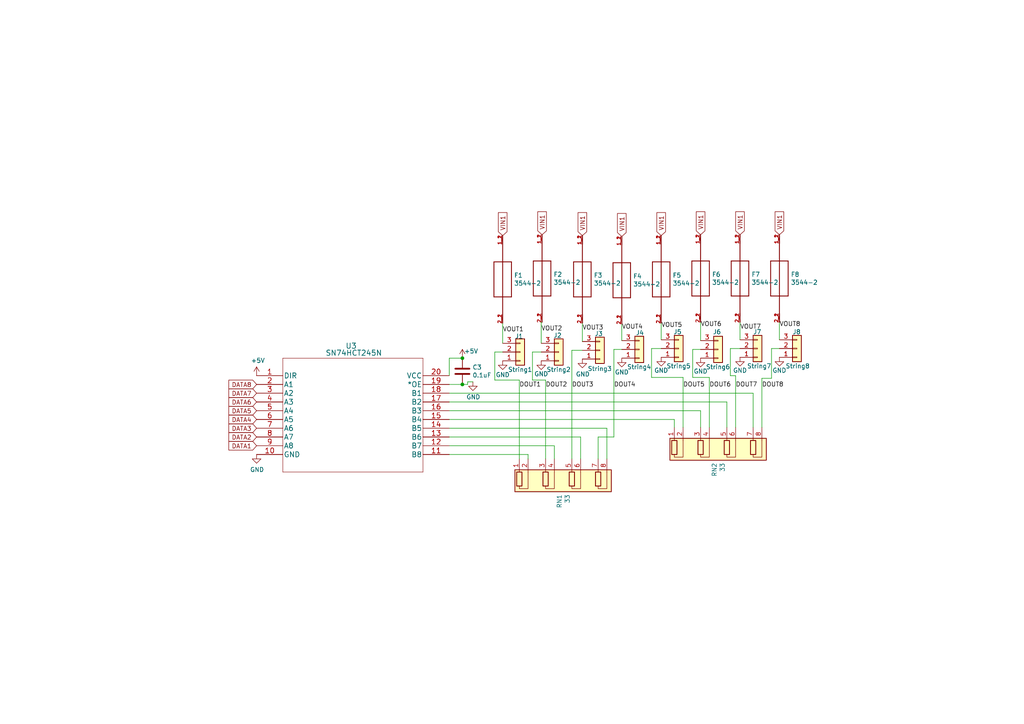
<source format=kicad_sch>
(kicad_sch (version 20211123) (generator eeschema)
  (paper "A4")
  (title_block (title "BBB 16") (date "2021-11-04") (rev "v2.1") (company "Scott Hanson"))
  (lib_symbols
    (symbol "BBB_16-rescue:3544-2-Keystone_Fuse" (pin_names (offset 1.016) hide)
      (property "Reference" "F" (at -5.08 3.302 0))
      (property "Value" "3544-2-Keystone_Fuse" (at -5.08 -5.08 0))
      (symbol "3544-2-Keystone_Fuse_0_0"
        (polyline (pts (xy -12.7 0) (xy 12.7 0)) (stroke (width 0.254)))
        (polyline (pts (xy -5.08 -2.54) (xy -5.08 2.54)) (stroke (width 0.254)))
        (polyline (pts (xy -5.08 2.54) (xy 5.08 2.54)) (stroke (width 0.254)))
        (polyline (pts (xy 5.08 -2.54) (xy -5.08 -2.54)) (stroke (width 0.254)))
        (polyline (pts (xy 5.08 2.54) (xy 5.08 -2.54)) (stroke (width 0.254)))
        (pin passive line (at -12.7 0 0) (length 2.54) (name "1") (number "1_1"))
        (pin passive line (at -12.7 0 0) (length 2.54) (name "1") (number "1_2"))
        (pin passive line (at 12.7 0 180) (length 2.54) (name "2") (number "2_1"))
        (pin passive line (at 12.7 0 180) (length 2.54) (name "2") (number "2_2"))
      )
    )
    (symbol "BBB_16-rescue:C-Device" (pin_numbers hide) (pin_names (offset 0.254))
      (property "Reference" "C" (at 0.635 2.54 0))
      (property "Value" "C-Device" (at 0.635 -2.54 0))
      (symbol "C-Device_0_1"
        (polyline (pts (xy -2.032 -0.762) (xy 2.032 -0.762)) (stroke (width 0.508)))
        (polyline (pts (xy -2.032 0.762) (xy 2.032 0.762)) (stroke (width 0.508)))
      )
      (symbol "C-Device_1_1"
        (pin passive line (at 0 3.81 270) (length 2.794) (name "~") (number "1"))
        (pin passive line (at 0 -3.81 90) (length 2.794) (name "~") (number "2"))
      )
    )
    (symbol "BBB_16-rescue:R_Pack04_SIP-Device" (pin_names (offset 0) hide)
      (property "Reference" "RN" (at -15.24 0 90))
      (property "Value" "R_Pack04_SIP-Device" (at 15.24 0 90))
      (symbol "R_Pack04_SIP-Device_0_1"
        (rectangle (start -13.97 -1.905) (end 13.97 4.445) (stroke (width 0.254)) (fill (type background)))
        (rectangle (start -13.462 2.794) (end -11.938 -1.27) (stroke (width 0.254)))
        (rectangle (start -5.842 2.794) (end -4.318 -1.27) (stroke (width 0.254)))
        (polyline (pts (xy -12.7 2.794) (xy -12.7 3.556) (xy -10.16 3.556) (xy -10.16 -1.27)))
        (polyline (pts (xy -5.08 2.794) (xy -5.08 3.556) (xy -2.54 3.556) (xy -2.54 -1.27)))
        (polyline (pts (xy 2.54 2.794) (xy 2.54 3.556) (xy 5.08 3.556) (xy 5.08 -1.27)))
        (polyline (pts (xy 10.16 2.794) (xy 10.16 3.556) (xy 12.7 3.556) (xy 12.7 -1.27)))
        (rectangle (start 1.778 2.794) (end 3.302 -1.27) (stroke (width 0.254)))
        (rectangle (start 9.398 2.794) (end 10.922 -1.27) (stroke (width 0.254)))
      )
      (symbol "R_Pack04_SIP-Device_1_1"
        (pin passive line (at -12.7 -5.08 90) (length 3.81) (name "R1.1") (number "1"))
        (pin passive line (at -10.16 -5.08 90) (length 3.81) (name "R1.2") (number "2"))
        (pin passive line (at -5.08 -5.08 90) (length 3.81) (name "R2.1") (number "3"))
        (pin passive line (at -2.54 -5.08 90) (length 3.81) (name "R2.2") (number "4"))
        (pin passive line (at 2.54 -5.08 90) (length 3.81) (name "R3.1") (number "5"))
        (pin passive line (at 5.08 -5.08 90) (length 3.81) (name "R3.2") (number "6"))
        (pin passive line (at 10.16 -5.08 90) (length 3.81) (name "R4.1") (number "7"))
        (pin passive line (at 12.7 -5.08 90) (length 3.81) (name "R4.2") (number "8"))
      )
    )
    (symbol "BBB_16-rescue:SN74HCT245N-SN74HCT245N" (pin_names (offset 0.254))
      (property "Reference" "U" (at 27.94 10.16 0))
      (property "Value" "SN74HCT245N-SN74HCT245N" (at 27.94 7.62 0))
      (symbol "SN74HCT245N-SN74HCT245N_1_0"
        (polyline (pts (xy 7.62 -27.94) (xy 48.26 -27.94)) (stroke (width 0.127)))
        (polyline (pts (xy 7.62 5.08) (xy 7.62 -27.94)) (stroke (width 0.127)))
        (polyline (pts (xy 48.26 -27.94) (xy 48.26 5.08)) (stroke (width 0.127)))
        (polyline (pts (xy 48.26 5.08) (xy 7.62 5.08)) (stroke (width 0.127)))
        (pin input line (at 0 0 0) (length 7.62) (name "DIR") (number "1"))
        (pin power_in line (at 0 -22.86 0) (length 7.62) (name "GND") (number "10"))
        (pin bidirectional line (at 55.88 -22.86 180) (length 7.62) (name "B8") (number "11"))
        (pin bidirectional line (at 55.88 -20.32 180) (length 7.62) (name "B7") (number "12"))
        (pin bidirectional line (at 55.88 -17.78 180) (length 7.62) (name "B6") (number "13"))
        (pin bidirectional line (at 55.88 -15.24 180) (length 7.62) (name "B5") (number "14"))
        (pin bidirectional line (at 55.88 -12.7 180) (length 7.62) (name "B4") (number "15"))
        (pin bidirectional line (at 55.88 -10.16 180) (length 7.62) (name "B3") (number "16"))
        (pin bidirectional line (at 55.88 -7.62 180) (length 7.62) (name "B2") (number "17"))
        (pin bidirectional line (at 55.88 -5.08 180) (length 7.62) (name "B1") (number "18"))
        (pin input line (at 55.88 -2.54 180) (length 7.62) (name "*OE") (number "19"))
        (pin bidirectional line (at 0 -2.54 0) (length 7.62) (name "A1") (number "2"))
        (pin power_in line (at 55.88 0 180) (length 7.62) (name "VCC") (number "20"))
        (pin bidirectional line (at 0 -5.08 0) (length 7.62) (name "A2") (number "3"))
        (pin bidirectional line (at 0 -7.62 0) (length 7.62) (name "A3") (number "4"))
        (pin bidirectional line (at 0 -10.16 0) (length 7.62) (name "A4") (number "5"))
        (pin bidirectional line (at 0 -12.7 0) (length 7.62) (name "A5") (number "6"))
        (pin bidirectional line (at 0 -15.24 0) (length 7.62) (name "A6") (number "7"))
        (pin bidirectional line (at 0 -17.78 0) (length 7.62) (name "A7") (number "8"))
        (pin bidirectional line (at 0 -20.32 0) (length 7.62) (name "A8") (number "9"))
      )
    )
    (symbol "Connector_Generic:Conn_01x03" (pin_names (offset 1.016) hide)
      (property "Reference" "J" (at 0 5.08 0))
      (property "Value" "Conn_01x03" (at 0 -5.08 0))
      (symbol "Conn_01x03_1_1"
        (rectangle (start -1.27 -2.413) (end 0 -2.667) (stroke (width 0.1524)))
        (rectangle (start -1.27 0.127) (end 0 -0.127) (stroke (width 0.1524)))
        (rectangle (start -1.27 2.667) (end 0 2.413) (stroke (width 0.1524)))
        (rectangle (start -1.27 3.81) (end 1.27 -3.81) (stroke (width 0.254)) (fill (type background)))
        (pin passive line (at -5.08 2.54 0) (length 3.81) (name "Pin_1") (number "1"))
        (pin passive line (at -5.08 0 0) (length 3.81) (name "Pin_2") (number "2"))
        (pin passive line (at -5.08 -2.54 0) (length 3.81) (name "Pin_3") (number "3"))
      )
    )
    (symbol "power:+5V" (power) (pin_names (offset 0))
      (property "Value" "+5V" (at 0 3.556 0))
      (symbol "+5V_0_1"
        (polyline (pts (xy -0.762 1.27) (xy 0 2.54)))
        (polyline (pts (xy 0 0) (xy 0 2.54)))
        (polyline (pts (xy 0 2.54) (xy 0.762 1.27)))
      )
      (symbol "+5V_1_1"
        (pin power_in line (at 0 0 90) (length 0) hide (name "+5V") (number "1"))
      )
    )
    (symbol "power:GND" (power) (pin_names (offset 0))
      (property "Value" "GND" (at 0 -3.81 0))
      (symbol "GND_0_1"
        (polyline (pts (xy 0 0) (xy 0 -1.27) (xy 1.27 -1.27) (xy 0 -2.54) (xy -1.27 -1.27) (xy 0 -1.27)))
      )
      (symbol "GND_1_1"
        (pin power_in line (at 0 0 270) (length 0) hide (name "GND") (number "1"))
      )
    )
  )
  (junction (at 134.112 103.886))
  (junction (at 134.112 111.506))
  (wire (pts (xy 220.98 123.952) (xy 220.98 109.728)))
  (wire (pts (xy 218.44 114.046) (xy 218.44 123.952)))
  (wire (pts (xy 191.77 98.552) (xy 191.77 93.726)))
  (wire (pts (xy 145.796 93.726) (xy 145.796 99.568)))
  (wire (pts (xy 220.98 109.728) (xy 223.774 109.728)))
  (wire (pts (xy 213.36 108.966) (xy 211.836 108.966)))
  (wire (pts (xy 150.622 133.096) (xy 150.622 110.236)))
  (wire (pts (xy 205.74 109.474) (xy 205.74 123.952)))
  (wire (pts (xy 198.12 109.474) (xy 198.12 123.952)))
  (wire (pts (xy 130.302 119.126) (xy 203.2 119.126)))
  (wire (pts (xy 130.302 121.666) (xy 195.58 121.666)))
  (wire (pts (xy 156.972 99.568) (xy 156.972 93.472)))
  (wire (pts (xy 173.482 126.746) (xy 173.482 133.096)))
  (wire (pts (xy 203.2 123.952) (xy 203.2 119.126)))
  (wire (pts (xy 156.972 93.472) (xy 157.226 93.472)))
  (wire (pts (xy 130.302 131.826) (xy 153.162 131.826)))
  (wire (pts (xy 143.51 102.108) (xy 145.796 102.108)))
  (wire (pts (xy 178.054 126.746) (xy 173.482 126.746)))
  (wire (pts (xy 210.82 116.586) (xy 210.82 123.952)))
  (wire (pts (xy 130.302 124.206) (xy 176.022 124.206)))
  (wire (pts (xy 158.242 133.096) (xy 158.242 110.236)))
  (wire (pts (xy 211.836 101.092) (xy 214.63 101.092)))
  (wire (pts (xy 158.242 110.236) (xy 154.432 110.236)))
  (wire (pts (xy 223.774 101.092) (xy 226.06 101.092)))
  (wire (pts (xy 214.63 93.472) (xy 214.63 98.552)))
  (wire (pts (xy 178.054 101.346) (xy 178.054 126.746)))
  (wire (pts (xy 156.972 102.108) (xy 154.432 102.108)))
  (wire (pts (xy 130.302 129.286) (xy 160.782 129.286)))
  (wire (pts (xy 195.58 121.666) (xy 195.58 123.952)))
  (wire (pts (xy 200.914 109.474) (xy 205.74 109.474)))
  (wire (pts (xy 135.636 110.744) (xy 135.636 111.506)))
  (wire (pts (xy 213.36 123.952) (xy 213.36 108.966)))
  (wire (pts (xy 191.77 101.092) (xy 188.976 101.092)))
  (wire (pts (xy 154.432 110.236) (xy 154.432 102.108)))
  (wire (pts (xy 150.622 110.236) (xy 143.51 110.236)))
  (wire (pts (xy 180.34 98.806) (xy 180.34 93.98)))
  (wire (pts (xy 135.636 111.506) (xy 134.112 111.506)))
  (wire (pts (xy 160.782 129.286) (xy 160.782 133.096)))
  (wire (pts (xy 130.302 116.586) (xy 210.82 116.586)))
  (wire (pts (xy 130.302 114.046) (xy 218.44 114.046)))
  (wire (pts (xy 223.774 109.728) (xy 223.774 101.092)))
  (wire (pts (xy 134.112 111.506) (xy 130.302 111.506)))
  (wire (pts (xy 165.862 133.096) (xy 165.862 101.6)))
  (wire (pts (xy 137.16 110.744) (xy 135.636 110.744)))
  (wire (pts (xy 130.302 126.746) (xy 168.402 126.746)))
  (wire (pts (xy 168.91 93.726) (xy 168.91 99.06)))
  (wire (pts (xy 153.162 131.826) (xy 153.162 133.096)))
  (wire (pts (xy 130.302 103.886) (xy 130.302 108.966)))
  (wire (pts (xy 203.2 93.472) (xy 203.2 98.806)))
  (wire (pts (xy 188.976 109.474) (xy 198.12 109.474)))
  (wire (pts (xy 180.34 101.346) (xy 178.054 101.346)))
  (wire (pts (xy 134.112 103.886) (xy 130.302 103.886)))
  (wire (pts (xy 203.2 101.346) (xy 200.914 101.346)))
  (wire (pts (xy 168.402 126.746) (xy 168.402 133.096)))
  (wire (pts (xy 143.51 110.236) (xy 143.51 102.108)))
  (wire (pts (xy 188.976 101.092) (xy 188.976 109.474)))
  (wire (pts (xy 200.914 101.346) (xy 200.914 109.474)))
  (wire (pts (xy 176.022 124.206) (xy 176.022 133.096)))
  (wire (pts (xy 165.862 101.6) (xy 168.91 101.6)))
  (wire (pts (xy 226.06 98.552) (xy 226.06 93.472)))
  (wire (pts (xy 211.836 108.966) (xy 211.836 101.092)))
  (label "DOUT2" (at 158.242 112.522 0))
  (label "DOUT5" (at 198.12 112.522 0))
  (label "DOUT8" (at 220.98 112.522 0))
  (label "VOUT3" (at 168.91 96.012 0))
  (label "VOUT4" (at 180.34 95.758 0))
  (label "DOUT6" (at 205.74 112.522 0))
  (label "VOUT6" (at 203.2 94.996 0))
  (label "DOUT1" (at 150.622 112.522 0))
  (label "VOUT7" (at 214.63 95.758 0))
  (label "DOUT3" (at 165.862 112.522 0))
  (label "VOUT2" (at 156.972 96.266 0))
  (label "VOUT8" (at 226.06 94.996 0))
  (label "DOUT4" (at 178.054 112.522 0))
  (label "DOUT7" (at 213.36 112.522 0))
  (label "VOUT5" (at 191.77 95.25 0))
  (label "VOUT1" (at 145.796 96.52 0))
  (global_label "DATA4" (shape input) (at 74.422 121.666 180) (property "Intersheet References" "${INTERSHEET_REFS}" (effects hide)))
  (global_label "VIN1" (shape input) (at 191.77 68.326 90) (property "Intersheet References" "${INTERSHEET_REFS}" (effects hide)))
  (global_label "DATA2" (shape input) (at 74.422 126.746 180) (property "Intersheet References" "${INTERSHEET_REFS}" (effects hide)))
  (global_label "DATA6" (shape input) (at 74.422 116.586 180) (property "Intersheet References" "${INTERSHEET_REFS}" (effects hide)))
  (global_label "DATA3" (shape input) (at 74.422 124.206 180) (property "Intersheet References" "${INTERSHEET_REFS}" (effects hide)))
  (global_label "VIN1" (shape input) (at 157.226 68.072 90) (property "Intersheet References" "${INTERSHEET_REFS}" (effects hide)))
  (global_label "DATA1" (shape input) (at 74.422 129.286 180) (property "Intersheet References" "${INTERSHEET_REFS}" (effects hide)))
  (global_label "DATA7" (shape input) (at 74.422 114.046 180) (property "Intersheet References" "${INTERSHEET_REFS}" (effects hide)))
  (global_label "VIN1" (shape input) (at 145.796 68.326 90) (property "Intersheet References" "${INTERSHEET_REFS}" (effects hide)))
  (global_label "DATA8" (shape input) (at 74.422 111.506 180) (property "Intersheet References" "${INTERSHEET_REFS}" (effects hide)))
  (global_label "VIN1" (shape input) (at 168.91 68.326 90) (property "Intersheet References" "${INTERSHEET_REFS}" (effects hide)))
  (global_label "VIN1" (shape input) (at 180.34 68.58 90) (property "Intersheet References" "${INTERSHEET_REFS}" (effects hide)))
  (global_label "VIN1" (shape input) (at 226.06 68.072 90) (property "Intersheet References" "${INTERSHEET_REFS}" (effects hide)))
  (global_label "DATA5" (shape input) (at 74.422 119.126 180) (property "Intersheet References" "${INTERSHEET_REFS}" (effects hide)))
  (global_label "VIN1" (shape input) (at 203.2 68.072 90) (property "Intersheet References" "${INTERSHEET_REFS}" (effects hide)))
  (global_label "VIN1" (shape input) (at 214.63 68.072 90) (property "Intersheet References" "${INTERSHEET_REFS}" (effects hide)))
  (symbol (lib_id "Connector_Generic:Conn_01x03") (at 150.876 102.108 0) (mirror x)
    (property "Reference" "J1" (at 149.352 97.536 0) (effects (justify left)))
    (property "Value" "String1" (at 147.32 107.188 0) (effects (justify left)))
    (property "Footprint" "Connector_Phoenix_MC:PhoenixContact_MCV_1,5_3-G-3.5_1x03_P3.50mm_Vertical" (effects hide))
    (property "Digi-Key_PN" "277-5737-ND/ED10555-ND" (effects hide))
    (property "MPN" "1843619/OSTTJ0311530" (effects hide))
  )
  (symbol (lib_id "Connector_Generic:Conn_01x03") (at 162.052 102.108 0) (mirror x)
    (property "Reference" "J2" (at 160.528 97.282 0) (effects (justify left)))
    (property "Value" "String2" (at 158.496 107.188 0) (effects (justify left)))
    (property "Footprint" "Connector_Phoenix_MC:PhoenixContact_MCV_1,5_3-G-3.5_1x03_P3.50mm_Vertical" (effects hide))
    (property "Digi-Key_PN" "277-5737-ND/ED10555-ND" (effects hide))
    (property "MPN" "1843619/OSTTJ0311530" (effects hide))
  )
  (symbol (lib_id "Connector_Generic:Conn_01x03") (at 173.99 101.6 0) (mirror x)
    (property "Reference" "J3" (at 172.466 96.774 0) (effects (justify left)))
    (property "Value" "String3" (at 170.434 106.934 0) (effects (justify left)))
    (property "Footprint" "Connector_Phoenix_MC:PhoenixContact_MCV_1,5_3-G-3.5_1x03_P3.50mm_Vertical" (effects hide))
    (property "Digi-Key_PN" "277-5737-ND/ED10555-ND" (effects hide))
    (property "MPN" "1843619/OSTTJ0311530" (effects hide))
  )
  (symbol (lib_id "Connector_Generic:Conn_01x03") (at 185.42 101.346 0) (mirror x)
    (property "Reference" "J4" (at 184.404 96.52 0) (effects (justify left)))
    (property "Value" "String4" (at 181.864 106.426 0) (effects (justify left)))
    (property "Footprint" "Connector_Phoenix_MC:PhoenixContact_MCV_1,5_3-G-3.5_1x03_P3.50mm_Vertical" (effects hide))
    (property "Digi-Key_PN" "277-5737-ND/ED10555-ND" (effects hide))
    (property "MPN" "1843619/OSTTJ0311530" (effects hide))
  )
  (symbol (lib_id "Connector_Generic:Conn_01x03") (at 196.85 101.092 0) (mirror x)
    (property "Reference" "J5" (at 195.326 96.266 0) (effects (justify left)))
    (property "Value" "String5" (at 193.294 106.172 0) (effects (justify left)))
    (property "Footprint" "Connector_Phoenix_MC:PhoenixContact_MCV_1,5_3-G-3.5_1x03_P3.50mm_Vertical" (effects hide))
    (property "Digi-Key_PN" "277-5737-ND/ED10555-ND" (effects hide))
    (property "MPN" "1843619/OSTTJ0311530" (effects hide))
  )
  (symbol (lib_id "Connector_Generic:Conn_01x03") (at 208.28 101.346 0) (mirror x)
    (property "Reference" "J6" (at 206.756 96.266 0) (effects (justify left)))
    (property "Value" "String6" (at 204.724 106.426 0) (effects (justify left)))
    (property "Footprint" "Connector_Phoenix_MC:PhoenixContact_MCV_1,5_3-G-3.5_1x03_P3.50mm_Vertical" (effects hide))
    (property "Digi-Key_PN" "277-5737-ND/ED10555-ND" (effects hide))
    (property "MPN" "1843619/OSTTJ0311530" (effects hide))
  )
  (symbol (lib_id "Connector_Generic:Conn_01x03") (at 219.71 101.092 0) (mirror x)
    (property "Reference" "J7" (at 218.44 96.266 0) (effects (justify left)))
    (property "Value" "String7" (at 216.662 106.172 0) (effects (justify left)))
    (property "Footprint" "Connector_Phoenix_MC:PhoenixContact_MCV_1,5_3-G-3.5_1x03_P3.50mm_Vertical" (effects hide))
    (property "Digi-Key_PN" "277-5737-ND/ED10555-ND" (effects hide))
    (property "MPN" "1843619/OSTTJ0311530" (effects hide))
  )
  (symbol (lib_id "Connector_Generic:Conn_01x03") (at 231.14 101.092 0) (mirror x)
    (property "Reference" "J8" (at 229.87 96.266 0) (effects (justify left)))
    (property "Value" "String8" (at 227.838 106.172 0) (effects (justify left)))
    (property "Footprint" "Connector_Phoenix_MC:PhoenixContact_MCV_1,5_3-G-3.5_1x03_P3.50mm_Vertical" (effects hide))
    (property "Digi-Key_PN" "277-5737-ND/ED10555-ND" (effects hide))
    (property "MPN" "1843619/OSTTJ0311530" (effects hide))
  )
  (symbol (lib_id "power:GND") (at 145.796 104.648 0)
    (property "Reference" "#PWR012" (effects hide))
    (property "Value" "GND" (at 145.796 108.712 0))
  )
  (symbol (lib_id "power:GND") (at 156.972 104.648 0)
    (property "Reference" "#PWR013" (effects hide))
    (property "Value" "GND" (at 156.972 108.458 0))
  )
  (symbol (lib_id "power:GND") (at 168.91 104.14 0)
    (property "Reference" "#PWR014" (effects hide))
    (property "Value" "GND" (at 169.037 108.5342 0))
  )
  (symbol (lib_id "power:GND") (at 180.34 103.886 0)
    (property "Reference" "#PWR015" (effects hide))
    (property "Value" "GND" (at 180.34 107.95 0))
  )
  (symbol (lib_id "power:GND") (at 191.77 103.632 0)
    (property "Reference" "#PWR016" (effects hide))
    (property "Value" "GND" (at 191.77 107.442 0))
  )
  (symbol (lib_id "power:GND") (at 203.2 103.886 0)
    (property "Reference" "#PWR017" (effects hide))
    (property "Value" "GND" (at 203.2 107.696 0))
  )
  (symbol (lib_id "power:GND") (at 214.63 103.632 0)
    (property "Reference" "#PWR018" (effects hide))
    (property "Value" "GND" (at 214.63 107.442 0))
  )
  (symbol (lib_id "power:GND") (at 226.06 103.632 0)
    (property "Reference" "#PWR019" (effects hide))
    (property "Value" "GND" (at 226.06 107.442 0))
  )
  (symbol (lib_id "BBB_16-rescue:3544-2-Keystone_Fuse") (at 157.226 80.772 270)
    (property "Reference" "F2" (at 160.528 79.6036 90) (effects (justify left)))
    (property "Value" "3544-2" (at 160.528 81.915 90) (effects (justify left)))
    (property "Footprint" "Keystone_Fuse:FUSE_3544-2" (effects hide))
    (property "Field4" "3544-2" (effects hide))
    (property "Field5" "None" (effects hide))
    (property "Field6" "Unavailable" (effects hide))
    (property "Field7" "Fuse Clip; 500 VAC; 30 A; PCB; For 0.110 in. x 0.032 in. mini blade fuses" (effects hide))
    (property "Field8" "Keystone Electronics" (effects hide))
    (property "Digi-Key_PN" "36-3544-2-ND" (effects hide))
    (property "MPN" "3544-2" (effects hide))
  )
  (symbol (lib_id "BBB_16-rescue:3544-2-Keystone_Fuse") (at 168.91 81.026 270)
    (property "Reference" "F3" (at 172.212 79.8576 90) (effects (justify left)))
    (property "Value" "3544-2" (at 172.212 82.169 90) (effects (justify left)))
    (property "Footprint" "Keystone_Fuse:FUSE_3544-2" (effects hide))
    (property "Field4" "3544-2" (effects hide))
    (property "Field5" "None" (effects hide))
    (property "Field6" "Unavailable" (effects hide))
    (property "Field7" "Fuse Clip; 500 VAC; 30 A; PCB; For 0.110 in. x 0.032 in. mini blade fuses" (effects hide))
    (property "Field8" "Keystone Electronics" (effects hide))
    (property "Digi-Key_PN" "36-3544-2-ND" (effects hide))
    (property "MPN" "3544-2" (effects hide))
  )
  (symbol (lib_id "BBB_16-rescue:3544-2-Keystone_Fuse") (at 180.34 81.28 270)
    (property "Reference" "F4" (at 183.642 80.1116 90) (effects (justify left)))
    (property "Value" "3544-2" (at 183.642 82.423 90) (effects (justify left)))
    (property "Footprint" "Keystone_Fuse:FUSE_3544-2" (effects hide))
    (property "Field4" "3544-2" (effects hide))
    (property "Field5" "None" (effects hide))
    (property "Field6" "Unavailable" (effects hide))
    (property "Field7" "Fuse Clip; 500 VAC; 30 A; PCB; For 0.110 in. x 0.032 in. mini blade fuses" (effects hide))
    (property "Field8" "Keystone Electronics" (effects hide))
    (property "Digi-Key_PN" "36-3544-2-ND" (effects hide))
    (property "MPN" "3544-2" (effects hide))
  )
  (symbol (lib_id "BBB_16-rescue:3544-2-Keystone_Fuse") (at 191.77 81.026 270)
    (property "Reference" "F5" (at 195.072 79.8576 90) (effects (justify left)))
    (property "Value" "3544-2" (at 195.072 82.169 90) (effects (justify left)))
    (property "Footprint" "Keystone_Fuse:FUSE_3544-2" (effects hide))
    (property "Field4" "3544-2" (effects hide))
    (property "Field5" "None" (effects hide))
    (property "Field6" "Unavailable" (effects hide))
    (property "Field7" "Fuse Clip; 500 VAC; 30 A; PCB; For 0.110 in. x 0.032 in. mini blade fuses" (effects hide))
    (property "Field8" "Keystone Electronics" (effects hide))
    (property "Digi-Key_PN" "36-3544-2-ND" (effects hide))
    (property "MPN" "3544-2" (effects hide))
  )
  (symbol (lib_id "BBB_16-rescue:3544-2-Keystone_Fuse") (at 203.2 80.772 270)
    (property "Reference" "F6" (at 206.502 79.6036 90) (effects (justify left)))
    (property "Value" "3544-2" (at 206.502 81.915 90) (effects (justify left)))
    (property "Footprint" "Keystone_Fuse:FUSE_3544-2" (effects hide))
    (property "Field4" "3544-2" (effects hide))
    (property "Field5" "None" (effects hide))
    (property "Field6" "Unavailable" (effects hide))
    (property "Field7" "Fuse Clip; 500 VAC; 30 A; PCB; For 0.110 in. x 0.032 in. mini blade fuses" (effects hide))
    (property "Field8" "Keystone Electronics" (effects hide))
    (property "Digi-Key_PN" "36-3544-2-ND" (effects hide))
    (property "MPN" "3544-2" (effects hide))
  )
  (symbol (lib_id "BBB_16-rescue:3544-2-Keystone_Fuse") (at 214.63 80.772 270)
    (property "Reference" "F7" (at 217.932 79.6036 90) (effects (justify left)))
    (property "Value" "3544-2" (at 217.932 81.915 90) (effects (justify left)))
    (property "Footprint" "Keystone_Fuse:FUSE_3544-2" (effects hide))
    (property "Field4" "3544-2" (effects hide))
    (property "Field5" "None" (effects hide))
    (property "Field6" "Unavailable" (effects hide))
    (property "Field7" "Fuse Clip; 500 VAC; 30 A; PCB; For 0.110 in. x 0.032 in. mini blade fuses" (effects hide))
    (property "Field8" "Keystone Electronics" (effects hide))
    (property "Digi-Key_PN" "36-3544-2-ND" (effects hide))
    (property "MPN" "3544-2" (effects hide))
  )
  (symbol (lib_id "BBB_16-rescue:3544-2-Keystone_Fuse") (at 226.06 80.772 270)
    (property "Reference" "F8" (at 229.362 79.6036 90) (effects (justify left)))
    (property "Value" "3544-2" (at 229.362 81.915 90) (effects (justify left)))
    (property "Footprint" "Keystone_Fuse:FUSE_3544-2" (effects hide))
    (property "Field4" "3544-2" (effects hide))
    (property "Field5" "None" (effects hide))
    (property "Field6" "Unavailable" (effects hide))
    (property "Field7" "Fuse Clip; 500 VAC; 30 A; PCB; For 0.110 in. x 0.032 in. mini blade fuses" (effects hide))
    (property "Field8" "Keystone Electronics" (effects hide))
    (property "Digi-Key_PN" "36-3544-2-ND" (effects hide))
    (property "MPN" "3544-2" (effects hide))
  )
  (symbol (lib_id "power:GND") (at 137.16 110.744 0)
    (property "Reference" "#PWR011" (effects hide))
    (property "Value" "GND" (at 137.287 115.1382 0))
  )
  (symbol (lib_id "power:+5V") (at 74.422 108.966 0)
    (property "Reference" "#PWR08" (effects hide))
    (property "Value" "+5V" (at 74.803 104.5718 0))
  )
  (symbol (lib_id "power:GND") (at 74.422 131.826 0)
    (property "Reference" "#PWR09" (effects hide))
    (property "Value" "GND" (at 74.549 136.2202 0))
  )
  (symbol (lib_id "BBB_16-rescue:C-Device") (at 134.112 107.696 0)
    (property "Reference" "C3" (at 137.033 106.5276 0) (effects (justify left)))
    (property "Value" "0.1uF" (at 137.033 108.839 0) (effects (justify left)))
    (property "Footprint" "Capacitor_THT:C_Rect_L7.0mm_W2.0mm_P5.00mm" (effects hide))
    (property "Digi-Key_PN" "478-7336-1-ND" (effects hide))
    (property "MPN" "SR215C104KARTR1" (effects hide))
  )
  (symbol (lib_id "power:+5V") (at 134.112 103.886 0)
    (property "Reference" "#PWR010" (effects hide))
    (property "Value" "+5V" (at 136.652 101.854 0))
  )
  (symbol (lib_id "BBB_16-rescue:R_Pack04_SIP-Device") (at 208.28 129.032 0) (mirror x)
    (property "Reference" "RN2" (at 207.2132 134.239 90) (effects (justify left)))
    (property "Value" "33" (at 209.5246 134.239 90) (effects (justify left)))
    (property "Footprint" "Resistor_THT:R_Array_SIP8" (effects hide))
    (property "Datasheet" "http://www.vishay.com/docs/31509/csc.pdf" (effects hide))
    (property "Digi-Key_PN" "4608X-2-330LF-ND" (effects hide))
    (property "MPN" "4608X-102-330LF" (effects hide))
  )
  (symbol (lib_id "BBB_16-rescue:SN74HCT245N-SN74HCT245N") (at 74.422 108.966 0)
    (property "Reference" "U3" (at 101.854 100.33 0) (effects (font (size 1.524 1.524))))
    (property "Value" "SN74HCT245N" (at 102.616 102.362 0) (effects (font (size 1.524 1.524))))
    (property "Footprint" "SN74HCT245N:SN74HCT245N" (effects hide))
    (property "Digi-Key_PN" "296-1612-5-ND" (effects hide))
    (property "MPN" "SN74HCT245N" (effects hide))
  )
  (symbol (lib_id "BBB_16-rescue:3544-2-Keystone_Fuse") (at 145.796 81.026 270)
    (property "Reference" "F1" (at 149.098 79.8576 90) (effects (justify left)))
    (property "Value" "3544-2" (at 149.098 82.169 90) (effects (justify left)))
    (property "Footprint" "Keystone_Fuse:FUSE_3544-2" (effects hide))
    (property "Field4" "3544-2" (effects hide))
    (property "Field5" "None" (effects hide))
    (property "Field6" "Unavailable" (effects hide))
    (property "Field7" "Fuse Clip; 500 VAC; 30 A; PCB; For 0.110 in. x 0.032 in. mini blade fuses" (effects hide))
    (property "Field8" "Keystone Electronics" (effects hide))
    (property "Digi-Key_PN" "36-3544-2-ND" (effects hide))
    (property "MPN" "3544-2" (effects hide))
  )
  (symbol (lib_id "BBB_16-rescue:R_Pack04_SIP-Device") (at 163.322 138.176 0) (mirror x)
    (property "Reference" "RN1" (at 162.2552 143.383 90) (effects (justify left)))
    (property "Value" "33" (at 164.5666 143.383 90) (effects (justify left)))
    (property "Footprint" "Resistor_THT:R_Array_SIP8" (effects hide))
    (property "Datasheet" "http://www.vishay.com/docs/31509/csc.pdf" (effects hide))
    (property "Digi-Key_PN" "4608X-2-330LF-ND" (effects hide))
    (property "MPN" "4608X-102-330LF" (effects hide))
  )
)
</source>
